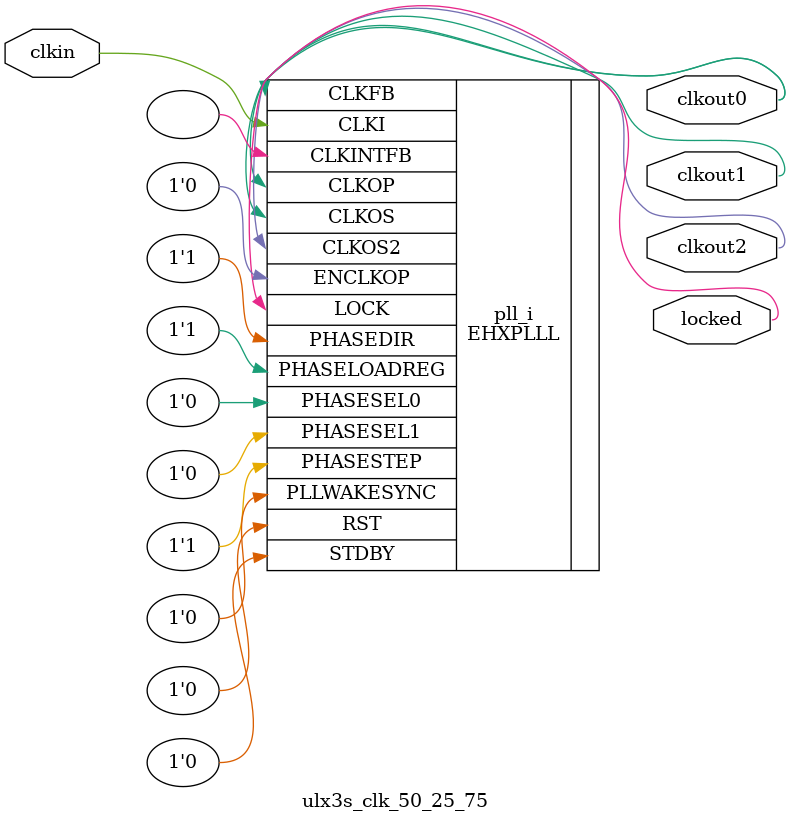
<source format=v>
module ulx3s_clk_50_25_75
(
    input clkin, // 25 MHz, 0 deg
    output clkout0, // 50 MHz, 0 deg
    output clkout1, // 25 MHz, 0 deg
    output clkout2, // 75 MHz, 0 deg
    output locked
);
(* FREQUENCY_PIN_CLKI="25" *)
(* FREQUENCY_PIN_CLKOP="50" *)
(* FREQUENCY_PIN_CLKOS="25" *)
(* FREQUENCY_PIN_CLKOS2="75" *)
(* ICP_CURRENT="12" *) (* LPF_RESISTOR="8" *) (* MFG_ENABLE_FILTEROPAMP="1" *) (* MFG_GMCREF_SEL="2" *)
EHXPLLL #(
        .PLLRST_ENA("DISABLED"),
        .INTFB_WAKE("DISABLED"),
        .STDBY_ENABLE("DISABLED"),
        .DPHASE_SOURCE("DISABLED"),
        .OUTDIVIDER_MUXA("DIVA"),
        .OUTDIVIDER_MUXB("DIVB"),
        .OUTDIVIDER_MUXC("DIVC"),
        .OUTDIVIDER_MUXD("DIVD"),
        .CLKI_DIV(1),
        .CLKOP_ENABLE("ENABLED"),
        .CLKOP_DIV(12),
        .CLKOP_CPHASE(5),
        .CLKOP_FPHASE(0),
        .CLKOS_ENABLE("ENABLED"),
        .CLKOS_DIV(24),
        .CLKOS_CPHASE(5),
        .CLKOS_FPHASE(0),
        .CLKOS2_ENABLE("ENABLED"),
        .CLKOS2_DIV(8),
        .CLKOS2_CPHASE(5),
        .CLKOS2_FPHASE(0),
        .FEEDBK_PATH("CLKOP"),
        .CLKFB_DIV(2)
    ) pll_i (
        .RST(1'b0),
        .STDBY(1'b0),
        .CLKI(clkin),
        .CLKOP(clkout0),
        .CLKOS(clkout1),
        .CLKOS2(clkout2),
        .CLKFB(clkout0),
        .CLKINTFB(),
        .PHASESEL0(1'b0),
        .PHASESEL1(1'b0),
        .PHASEDIR(1'b1),
        .PHASESTEP(1'b1),
        .PHASELOADREG(1'b1),
        .PLLWAKESYNC(1'b0),
        .ENCLKOP(1'b0),
        .LOCK(locked)
	);
endmodule

</source>
